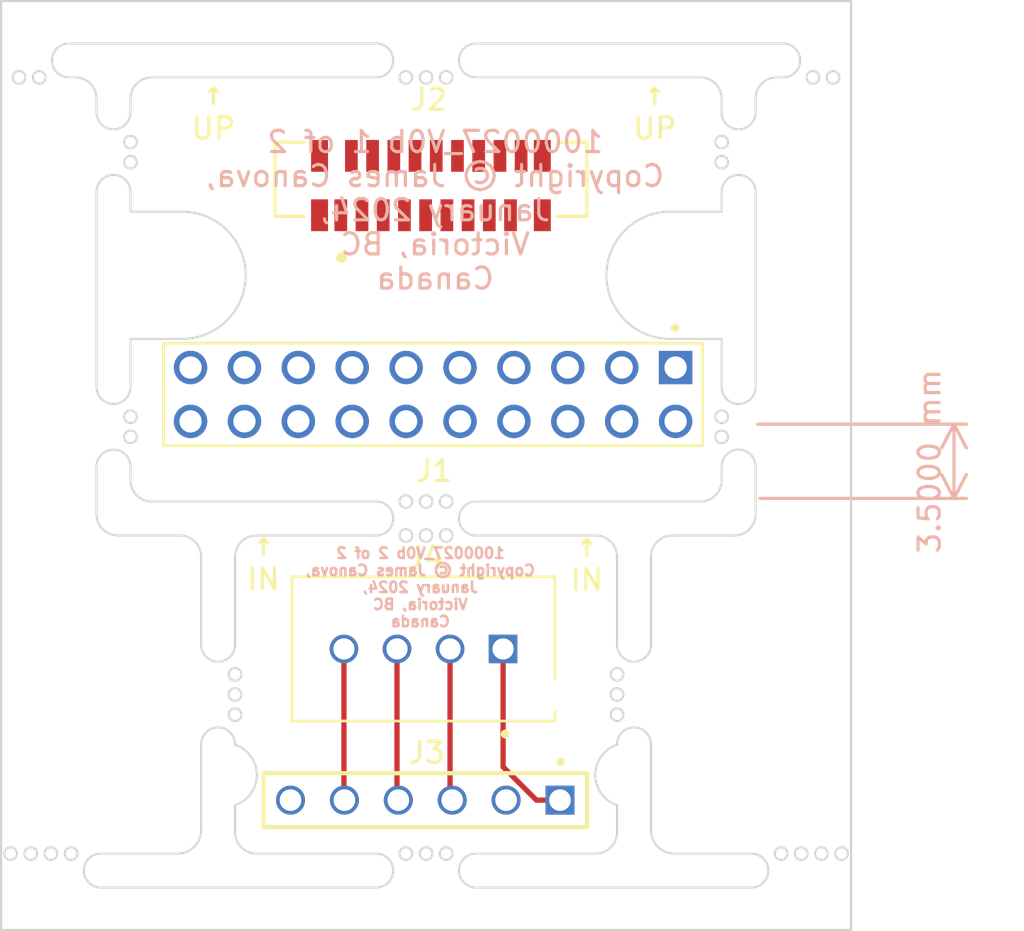
<source format=kicad_pcb>
(kicad_pcb (version 20211014) (generator pcbnew)
  (layers (0 "F.Cu" signal) (31 "B.Cu" signal) (34 "B.Paste" user) (35 "F.Paste" user) (36 "B.SilkS" user "B.Silkscreen") (37 "F.SilkS" user "F.Silkscreen") (38 "B.Mask" user) (39 "F.Mask" user) (44 "Edge.Cuts" user))
  (net 0 "")
  (net 1 "/GND")
  (net 2 "/SCL")
  (net 3 "/SDA")
  (net 4 "/Vcc (3.3V)")
  (net 5 "C1")
  (net 6 "C2")
  (net 7 "C3")
  (net 8 "C4")
  (net 9 "C5")
  (net 10 "C6")
  (net 11 "C7")
  (net 12 "C8")
  (net 13 "C9")
  (net 14 "C10")
  (net 15 "C11")
  (net 16 "C12")
  (net 17 "C13")
  (net 18 "C14")
  (net 19 "C15")
  (net 20 "C16")
  (net 21 "C17")
  (net 22 "C18")
  (footprint "RobotFtpLib:SAMTEC_MTSW-106-12-L-S-790" (layer "F.Cu") (at 138.082 111.859)
    (fp_text reference "J3" (at 0.068 -2.2392) (layer "F.SilkS"))
    (fp_text value "MTSW-106-12-L-S-790" hide)
    (fp_line (start 7.62 -1.27) (end -7.62 -1.27) (layer "F.SilkS") (width 0.2))
    (fp_line (start -7.62 1.27) (end -7.62 -1.27) (layer "F.SilkS") (width 0.2))
    (fp_line (start 7.62 -1.27) (end 7.62 1.27) (layer "F.SilkS") (width 0.2))
    (fp_line (start 7.62 1.27) (end -7.62 1.27) (layer "F.SilkS") (width 0.2))
    (fp_circle (center 6.3754 -1.8034) (end 6.4754 -1.8034) (layer "F.SilkS") (width 0.2) (fill none))
    (pad "01" thru_hole rect (at 6.35 0) (size 1.37 1.37) (drill 1.02) (layers *.Cu *.Mask) (net 1 "/GND"))
    (pad "02" thru_hole circle (at 3.81 0) (size 1.37 1.37) (drill 1.02) (layers *.Cu *.Mask))
    (pad "03" thru_hole circle (at 1.27 0) (size 1.37 1.37) (drill 1.02) (layers *.Cu *.Mask) (net 2 "/SCL"))
    (pad "04" thru_hole circle (at -1.27 0) (size 1.37 1.37) (drill 1.02) (layers *.Cu *.Mask) (net 3 "/SDA"))
    (pad "05" thru_hole circle (at -3.81 0) (size 1.37 1.37) (drill 1.02) (layers *.Cu *.Mask) (net 4 "/Vcc (3.3V)"))
    (pad "06" thru_hole circle (at -6.35 0) (size 1.37 1.37) (drill 1.02) (layers *.Cu *.Mask))
  )
  (footprint "RobotFtpLib:533750410" (layer "F.Cu") (at 141.75 104.7298)
    (fp_text reference "J4" (at -3.65 -4.3) (layer "F.SilkS"))
    (fp_text value "MOLEX_533750410" hide)
    (fp_line (start 2.45 2.95) (end 2.45 3.4) (layer "F.SilkS") (width 0.127))
    (fp_line (start 2.45 3.4) (end -9.95 3.4) (layer "F.SilkS") (width 0.127))
    (fp_line (start -9.95 -3.4) (end 2.45 -3.4) (layer "F.SilkS") (width 0.127))
    (fp_line (start 2.45 -3.4) (end 2.45 1.4) (layer "F.SilkS") (width 0.127))
    (fp_line (start -9.95 3.4) (end -9.95 -3.4) (layer "F.SilkS") (width 0.127))
    (fp_circle (center 0.1016 4.0132) (end 0.2516 4.0132) (layer "F.SilkS") (width 0.12) (fill solid))
    (pad "" np_thru_hole circle (at 1.6 2.2) (size 1.2 1.2) (drill 1.2) (layers *.Cu *.Mask))
    (pad "1" thru_hole rect (at 0 0) (size 1.35 1.35) (drill 1) (layers *.Cu) (net 1 "/GND"))
    (pad "2" thru_hole circle (at -2.5 0) (size 1.35 1.35) (drill 1) (layers *.Cu) (net 2 "/SCL"))
    (pad "3" thru_hole circle (at -5 0) (size 1.35 1.35) (drill 1) (layers *.Cu) (net 3 "/SDA"))
    (pad "4" thru_hole circle (at -7.5 0) (size 1.35 1.35) (drill 1) (layers *.Cu) (net 4 "/Vcc (3.3V)"))
  )
  (footprint "RobotFtpLib:10076801-406T20LF" (layer "F.Cu") (at 138.45 92.7298 180)
    (fp_text reference "J1" (at -0.05 -3.6 180) (layer "F.SilkS"))
    (fp_text value "10076801-406T20LF" hide)
    (fp_line (start 12.7 -2.415) (end -12.7 -2.415) (layer "F.SilkS") (width 0.127))
    (fp_line (start 12.7 2.415) (end -12.7 2.415) (layer "F.SilkS") (width 0.127))
    (fp_line (start -12.7 2.415) (end -12.7 -2.415) (layer "F.SilkS") (width 0.127))
    (fp_line (start 12.7 -2.415) (end 12.7 2.415) (layer "F.SilkS") (width 0.127))
    (fp_circle (center -11.4046 3.1496) (end -11.3046 3.1496) (layer "F.SilkS") (width 0.2) (fill none))
    (pad "01" thru_hole rect (at -11.43 1.27 180) (size 1.575 1.575) (drill 1.05) (layers *.Cu *.Mask) (net 5 "C1"))
    (pad "02" thru_hole circle (at -11.43 -1.27 180) (size 1.575 1.575) (drill 1.05) (layers *.Cu *.Mask) (net 6 "C2"))
    (pad "03" thru_hole circle (at -8.89 1.27 180) (size 1.575 1.575) (drill 1.05) (layers *.Cu *.Mask) (net 7 "C3"))
    (pad "04" thru_hole circle (at -8.89 -1.27 180) (size 1.575 1.575) (drill 1.05) (layers *.Cu *.Mask) (net 8 "C4"))
    (pad "05" thru_hole circle (at -6.35 1.27 180) (size 1.575 1.575) (drill 1.05) (layers *.Cu *.Mask) (net 9 "C5"))
    (pad "06" thru_hole circle (at -6.35 -1.27 180) (size 1.575 1.575) (drill 1.05) (layers *.Cu *.Mask) (net 10 "C6"))
    (pad "07" thru_hole circle (at -3.81 1.27 180) (size 1.575 1.575) (drill 1.05) (layers *.Cu *.Mask) (net 11 "C7"))
    (pad "08" thru_hole circle (at -3.81 -1.27 180) (size 1.575 1.575) (drill 1.05) (layers *.Cu *.Mask) (net 12 "C8"))
    (pad "09" thru_hole circle (at -1.27 1.27 180) (size 1.575 1.575) (drill 1.05) (layers *.Cu *.Mask) (net 13 "C9"))
    (pad "10" thru_hole circle (at -1.27 -1.27 180) (size 1.575 1.575) (drill 1.05) (layers *.Cu *.Mask) (net 14 "C10"))
    (pad "11" thru_hole circle (at 1.27 1.27 180) (size 1.575 1.575) (drill 1.05) (layers *.Cu *.Mask) (net 15 "C11"))
    (pad "12" thru_hole circle (at 1.27 -1.27 180) (size 1.575 1.575) (drill 1.05) (layers *.Cu *.Mask) (net 16 "C12"))
    (pad "13" thru_hole circle (at 3.81 1.27 180) (size 1.575 1.575) (drill 1.05) (layers *.Cu *.Mask) (net 17 "C13"))
    (pad "14" thru_hole circle (at 3.81 -1.27 180) (size 1.575 1.575) (drill 1.05) (layers *.Cu *.Mask) (net 18 "C14"))
    (pad "15" thru_hole circle (at 6.35 1.27 180) (size 1.575 1.575) (drill 1.05) (layers *.Cu *.Mask) (net 19 "C15"))
    (pad "16" thru_hole circle (at 6.35 -1.27 180) (size 1.575 1.575) (drill 1.05) (layers *.Cu *.Mask) (net 20 "C16"))
    (pad "17" thru_hole circle (at 8.89 1.27 180) (size 1.575 1.575) (drill 1.05) (layers *.Cu *.Mask))
    (pad "18" thru_hole circle (at 8.89 -1.27 180) (size 1.575 1.575) (drill 1.05) (layers *.Cu *.Mask))
    (pad "19" thru_hole circle (at 11.43 1.27 180) (size 1.575 1.575) (drill 1.05) (layers *.Cu *.Mask) (net 21 "C17"))
    (pad "20" thru_hole circle (at 11.43 -1.27 180) (size 1.575 1.575) (drill 1.05) (layers *.Cu *.Mask) (net 22 "C18"))
  )
  (footprint "RobotFtpLib:525591853" (layer "F.Cu") (at 138.35 82.8798)
    (fp_text reference "J2" (at -0.1 -4.05 unlocked) (layer "F.SilkS"))
    (fp_text value "CON_525591853_MOL" hide)
    (fp_line (start -7.349985 1.45) (end -5.96749 1.45) (layer "F.SilkS") (width 0.1524))
    (fp_line (start -7.349985 -2.050001) (end -7.349985 1.45) (layer "F.SilkS") (width 0.1524))
    (fp_line (start -5.96749 -2.050001) (end -7.349985 -2.050001) (layer "F.SilkS") (width 0.1524))
    (fp_line (start 7.349985 1.45) (end 7.349985 -2.050001) (layer "F.SilkS") (width 0.1524))
    (fp_line (start 5.96749 1.45) (end 7.349985 1.45) (layer "F.SilkS") (width 0.1524))
    (fp_line (start 7.349985 -2.050001) (end 5.96749 -2.050001) (layer "F.SilkS") (width 0.1524))
    (fp_circle (center -4.2164 3.4036) (end -4.0164 3.4036) (layer "F.SilkS") (width 0.12) (fill solid))
    (pad "1" smd rect (at -4.249991 1.4) (size 0.6 1.5) (layers "F.Cu" "F.Paste" "F.Mask") (net 5 "C1"))
    (pad "2" smd rect (at -3.749992 -1.4) (size 0.6 1.5) (layers "F.Cu" "F.Paste" "F.Mask") (net 6 "C2"))
    (pad "3" smd rect (at -3.249992 1.4) (size 0.6 1.5) (layers "F.Cu" "F.Paste" "F.Mask") (net 7 "C3"))
    (pad "4" smd rect (at -2.749991 -1.4) (size 0.6 1.5) (layers "F.Cu" "F.Paste" "F.Mask") (net 8 "C4"))
    (pad "5" smd rect (at -2.249991 1.4) (size 0.6 1.5) (layers "F.Cu" "F.Paste" "F.Mask") (net 9 "C5"))
    (pad "6" smd rect (at -1.749991 -1.4) (size 0.6 1.5) (layers "F.Cu" "F.Paste" "F.Mask") (net 10 "C6"))
    (pad "7" smd rect (at -1.249991 1.4) (size 0.6 1.5) (layers "F.Cu" "F.Paste" "F.Mask") (net 11 "C7"))
    (pad "8" smd rect (at -0.749991 -1.4) (size 0.6 1.5) (layers "F.Cu" "F.Paste" "F.Mask") (net 12 "C8"))
    (pad "9" smd rect (at -0.249991 1.4) (size 0.6 1.5) (layers "F.Cu" "F.Paste" "F.Mask") (net 13 "C9"))
    (pad "10" smd rect (at 0.250009 -1.4) (size 0.6 1.5) (layers "F.Cu" "F.Paste" "F.Mask") (net 14 "C10"))
    (pad "11" smd rect (at 0.750009 1.4) (size 0.6 1.5) (layers "F.Cu" "F.Paste" "F.Mask") (net 15 "C11"))
    (pad "12" smd rect (at 1.250009 -1.4) (size 0.6 1.5) (layers "F.Cu" "F.Paste" "F.Mask") (net 16 "C12"))
    (pad "13" smd rect (at 1.750009 1.4) (size 0.6 1.5) (layers "F.Cu" "F.Paste" "F.Mask") (net 17 "C13"))
    (pad "14" smd rect (at 2.250009 -1.4) (size 0.6 1.5) (layers "F.Cu" "F.Paste" "F.Mask") (net 18 "C14"))
    (pad "15" smd rect (at 2.750009 1.4) (size 0.6 1.5) (layers "F.Cu" "F.Paste" "F.Mask") (net 19 "C15"))
    (pad "16" smd rect (at 3.250009 -1.4) (size 0.6 1.5) (layers "F.Cu" "F.Paste" "F.Mask") (net 20 "C16"))
    (pad "17" smd rect (at 3.750009 1.4) (size 0.6 1.5) (layers "F.Cu" "F.Paste" "F.Mask") (net 21 "C17"))
    (pad "18" smd rect (at 4.250009 -1.4) (size 0.6 1.5) (layers "F.Cu" "F.Paste" "F.Mask") (net 22 "C18"))
    (pad "P1" smd rect (at -5.24999 1.4) (size 0.8 1.5) (layers "F.Cu" "F.Paste" "F.Mask"))
    (pad "P2" smd rect (at 5.24999 1.4) (size 0.8 1.5) (layers "F.Cu" "F.Paste" "F.Mask"))
    (pad "P3" smd rect (at -5.24999 -1.4) (size 0.8 1.5) (layers "F.Cu" "F.Paste" "F.Mask"))
    (pad "P4" smd rect (at 5.24999 -1.4) (size 0.8 1.5) (layers "F.Cu" "F.Paste" "F.Mask"))
  )
  (gr_circle (center 129.12 105.9298) (end 129.42 105.9298) (layer "Edge.Cuts") (width 0.1) (fill none))
  (gr_line (start 148.72 104.5298) (end 148.72 100.3798) (layer "Edge.Cuts") (width 0.1))
  (gr_line (start 126.62 84.1098) (end 124.19 84.1098) (layer "Edge.Cuts") (width 0.1))
  (gr_line (start 129.12 104.5298) (end 129.12 100.3798) (layer "Edge.Cuts") (width 0.1))
  (gr_circle (center 152.05 81.7798) (end 152.35 81.7798) (layer "Edge.Cuts") (width 0.1) (fill none))
  (gr_circle (center 155.8 114.3798) (end 156.1 114.3798) (layer "Edge.Cuts") (width 0.1) (fill none))
  (gr_circle (center 124.19 80.8298) (end 124.49 80.8298) (layer "Edge.Cuts") (width 0.1) (fill none))
  (gr_arc (start 152.05 83.1798) (mid 152.85 82.3798) (end 153.65 83.1798) (layer "Edge.Cuts") (width 0.1))
  (gr_arc (start 125.19 97.7798) (mid 124.482893 97.486907) (end 124.19 96.7798) (layer "Edge.Cuts") (width 0.1))
  (gr_arc (start 153.65 79.4298) (mid 152.85 80.2298) (end 152.05 79.4298) (layer "Edge.Cuts") (width 0.1))
  (gr_circle (center 129.12 106.8798) (end 129.42 106.8798) (layer "Edge.Cuts") (width 0.1) (fill none))
  (gr_line (start 147.12 109.2298) (end 147.12 109.249995) (layer "Edge.Cuts") (width 0.1))
  (gr_line (start 158.15 74.1798) (end 158.15 117.9798) (layer "Edge.Cuts") (width 0.1))
  (gr_arc (start 122.79 115.9798) (mid 121.99 115.1798) (end 122.79 114.3798) (layer "Edge.Cuts") (width 0.1))
  (gr_circle (center 124.19 81.7798) (end 124.49 81.7798) (layer "Edge.Cuts") (width 0.1) (fill none))
  (gr_line (start 135.77 76.1798) (end 121.29 76.1798) (layer "Edge.Cuts") (width 0.1))
  (gr_line (start 124.19 78.7798) (end 124.19 79.4298) (layer "Edge.Cuts") (width 0.1))
  (gr_line (start 140.47 115.9798) (end 153.45 115.9798) (layer "Edge.Cuts") (width 0.1))
  (gr_circle (center 118.94 77.7798) (end 119.24 77.7798) (layer "Edge.Cuts") (width 0.1) (fill none))
  (gr_line (start 153.65 83.1798) (end 153.65 92.3798) (layer "Edge.Cuts") (width 0.1))
  (gr_arc (start 152.05 96.7798) (mid 151.757107 97.486907) (end 151.05 97.7798) (layer "Edge.Cuts") (width 0.1))
  (gr_line (start 148.72 109.2298) (end 148.72 113.2748) (layer "Edge.Cuts") (width 0.1))
  (gr_line (start 151.05 77.7798) (end 140.47 77.7798) (layer "Edge.Cuts") (width 0.1))
  (gr_arc (start 147.12 113.3798) (mid 146.827107 114.086907) (end 146.12 114.3798) (layer "Edge.Cuts") (width 0.1))
  (gr_arc (start 148.72 104.5298) (mid 147.92 105.3298) (end 147.12 104.5298) (layer "Edge.Cuts") (width 0.1))
  (gr_line (start 130.12 114.3798) (end 135.77 114.3798) (layer "Edge.Cuts") (width 0.1))
  (gr_line (start 140.47 97.7798) (end 151.05 97.7798) (layer "Edge.Cuts") (width 0.1))
  (gr_circle (center 137.17 99.3798) (end 137.47 99.3798) (layer "Edge.Cuts") (width 0.1) (fill none))
  (gr_arc (start 140.47 99.3798) (mid 139.67 98.5798) (end 140.47 97.7798) (layer "Edge.Cuts") (width 0.1))
  (gr_circle (center 139.07 114.3798) (end 139.37 114.3798) (layer "Edge.Cuts") (width 0.1) (fill none))
  (gr_line (start 147.12 104.5298) (end 147.12 100.3798) (layer "Edge.Cuts") (width 0.1))
  (gr_arc (start 154.95 76.1798) (mid 155.75 76.9798) (end 154.95 77.7798) (layer "Edge.Cuts") (width 0.1))
  (gr_circle (center 139.07 77.7798) (end 139.37 77.7798) (layer "Edge.Cuts") (width 0.1) (fill none))
  (gr_arc (start 147.12 109.2298) (mid 147.92 108.4298) (end 148.72 109.2298) (layer "Edge.Cuts") (width 0.1))
  (gr_arc (start 126.62 84.1098) (mid 129.62 87.1098) (end 126.62 90.1098) (layer "Edge.Cuts") (width 0.1))
  (gr_circle (center 129.12 107.8298) (end 129.42 107.8298) (layer "Edge.Cuts") (width 0.1) (fill none))
  (gr_circle (center 137.17 97.7798) (end 137.47 97.7798) (layer "Edge.Cuts") (width 0.1) (fill none))
  (gr_circle (center 138.12 77.7798) (end 138.42 77.7798) (layer "Edge.Cuts") (width 0.1) (fill none))
  (gr_line (start 153.65 96.1298) (end 153.65 98.3798) (layer "Edge.Cuts") (width 0.1))
  (gr_circle (center 152.05 94.7298) (end 152.35 94.7298) (layer "Edge.Cuts") (width 0.1) (fill none))
  (gr_line (start 152.05 96.1298) (end 152.05 96.7798) (layer "Edge.Cuts") (width 0.1))
  (gr_arc (start 129.12 109.249995) (mid 130.145 110.6728) (end 129.12 112.095605) (layer "Edge.Cuts") (width 0.1))
  (gr_circle (center 152.05 80.8298) (end 152.35 80.8298) (layer "Edge.Cuts") (width 0.1) (fill none))
  (gr_arc (start 129.12 104.5298) (mid 128.32 105.3298) (end 127.52 104.5298) (layer "Edge.Cuts") (width 0.1))
  (gr_arc (start 153.45 114.3798) (mid 154.25 115.1798) (end 153.45 115.9798) (layer "Edge.Cuts") (width 0.1))
  (gr_arc (start 140.47 115.9798) (mid 139.67 115.1798) (end 140.47 114.3798) (layer "Edge.Cuts") (width 0.1))
  (gr_arc (start 149.62 90.1098) (mid 146.62 87.1098) (end 149.62 84.1098) (layer "Edge.Cuts") (width 0.1))
  (gr_arc (start 129.12 100.3798) (mid 129.412893 99.672693) (end 130.12 99.3798) (layer "Edge.Cuts") (width 0.1))
  (gr_circle (center 137.17 114.3798) (end 137.47 114.3798) (layer "Edge.Cuts") (width 0.1) (fill none))
  (gr_circle (center 139.07 97.7798) (end 139.37 97.7798) (layer "Edge.Cuts") (width 0.1) (fill none))
  (gr_arc (start 152.05 96.1298) (mid 152.85 95.3298) (end 153.65 96.1298) (layer "Edge.Cuts") (width 0.1))
  (gr_arc (start 135.77 76.1798) (mid 136.57 76.9798) (end 135.77 77.7798) (layer "Edge.Cuts") (width 0.1))
  (gr_line (start 147.12 112.095605) (end 147.12 113.3798) (layer "Edge.Cuts") (width 0.1))
  (gr_line (start 129.12 113.3798) (end 129.12 112.095605) (layer "Edge.Cuts") (width 0.1))
  (gr_circle (center 119.89 77.7798) (end 120.19 77.7798) (layer "Edge.Cuts") (width 0.1) (fill none))
  (gr_circle (center 147.12 105.9298) (end 147.42 105.9298) (layer "Edge.Cuts") (width 0.1) (fill none))
  (gr_arc (start 146.12 99.3798) (mid 146.827107 99.672693) (end 147.12 100.3798) (layer "Edge.Cuts") (width 0.1))
  (gr_line (start 125.19 97.7798) (end 135.77 97.7798) (layer "Edge.Cuts") (width 0.1))
  (gr_line (start 135.77 115.9798) (end 122.79 115.9798) (layer "Edge.Cuts") (width 0.1))
  (gr_line (start 127.52 109.2298) (end 127.52 113.2748) (layer "Edge.Cuts") (width 0.1))
  (gr_circle (center 157.7 114.3798) (end 158 114.3798) (layer "Edge.Cuts") (width 0.1) (fill none))
  (gr_circle (center 138.12 114.3798) (end 138.42 114.3798) (layer "Edge.Cuts") (width 0.1) (fill none))
  (gr_arc (start 135.77 97.7798) (mid 136.57 98.5798) (end 135.77 99.3798) (layer "Edge.Cuts") (width 0.1))
  (gr_circle (center 137.17 77.7798) (end 137.47 77.7798) (layer "Edge.Cuts") (width 0.1) (fill none))
  (gr_circle (center 154.85 114.3798) (end 155.15 114.3798) (layer "Edge.Cuts") (width 0.1) (fill none))
  (gr_line (start 129.12 109.2298) (end 129.12 109.249995) (layer "Edge.Cuts") (width 0.1))
  (gr_circle (center 120.44 114.3798) (end 120.74 114.3798) (layer "Edge.Cuts") (width 0.1) (fill none))
  (gr_arc (start 135.77 114.3798) (mid 136.57 115.1798) (end 135.77 115.9798) (layer "Edge.Cuts") (width 0.1))
  (gr_arc (start 151.05 77.7798) (mid 151.757107 78.072693) (end 152.05 78.7798) (layer "Edge.Cuts") (width 0.1))
  (gr_line (start 152.05 90.1098) (end 152.05 92.3798) (layer "Edge.Cuts") (width 0.1))
  (gr_circle (center 147.12 107.8298) (end 147.42 107.8298) (layer "Edge.Cuts") (width 0.1) (fill none))
  (gr_circle (center 139.07 99.3798) (end 139.37 99.3798) (layer "Edge.Cuts") (width 0.1) (fill none))
  (gr_arc (start 127.52 109.2298) (mid 128.32 108.4298) (end 129.12 109.2298) (layer "Edge.Cuts") (width 0.1))
  (gr_circle (center 156.75 114.3798) (end 157.05 114.3798) (layer "Edge.Cuts") (width 0.1) (fill none))
  (gr_line (start 124.19 96.7798) (end 124.19 96.1298) (layer "Edge.Cuts") (width 0.1))
  (gr_line (start 118.09 74.1798) (end 118.09 117.9798) (layer "Edge.Cuts") (width 0.1))
  (gr_line (start 122.59 83.1798) (end 122.59 92.3798) (layer "Edge.Cuts") (width 0.1))
  (gr_circle (center 124.19 93.7798) (end 124.49 93.7798) (layer "Edge.Cuts") (width 0.1) (fill none))
  (gr_line (start 130.12 99.3798) (end 135.77 99.3798) (layer "Edge.Cuts") (width 0.1))
  (gr_circle (center 156.35 77.7798) (end 156.65 77.7798) (layer "Edge.Cuts") (width 0.1) (fill none))
  (gr_line (start 118.09 117.9798) (end 158.15 117.9798) (layer "Edge.Cuts") (width 0.1))
  (gr_arc (start 130.12 114.3798) (mid 129.412893 114.086907) (end 129.12 113.3798) (layer "Edge.Cuts") (width 0.1))
  (gr_line (start 152.05 83.1798) (end 152.05 84.1098) (layer "Edge.Cuts") (width 0.1))
  (gr_arc (start 148.72 100.3798) (mid 149.012893 99.672693) (end 149.72 99.3798) (layer "Edge.Cuts") (width 0.1))
  (gr_arc (start 124.19 79.4298) (mid 123.39 80.2298) (end 122.59 79.4298) (layer "Edge.Cuts") (width 0.1))
  (gr_line (start 122.59 79.4298) (end 122.59 78.7798) (layer "Edge.Cuts") (width 0.1))
  (gr_circle (center 119.49 114.3798) (end 119.79 114.3798) (layer "Edge.Cuts") (width 0.1) (fill none))
  (gr_line (start 140.47 114.3798) (end 146.12 114.3798) (layer "Edge.Cuts") (width 0.1))
  (gr_circle (center 121.39 114.3798) (end 121.69 114.3798) (layer "Edge.Cuts") (width 0.1) (fill none))
  (gr_arc (start 124.19 78.7798) (mid 124.482893 78.072693) (end 125.19 77.7798) (layer "Edge.Cuts") (width 0.1))
  (gr_circle (center 124.19 94.7298) (end 124.49 94.7298) (layer "Edge.Cuts") (width 0.1) (fill none))
  (gr_line (start 152.05 78.7798) (end 152.05 79.4298) (layer "Edge.Cuts") (width 0.1))
  (gr_arc (start 124.19 92.3798) (mid 123.39 93.1798) (end 122.59 92.3798) (layer "Edge.Cuts") (width 0.1))
  (gr_arc (start 121.59 77.7798) (mid 122.297107 78.072693) (end 122.59 78.7798) (layer "Edge.Cuts") (width 0.1))
  (gr_line (start 124.19 83.1798) (end 124.19 84.1098) (layer "Edge.Cuts") (width 0.1))
  (gr_line (start 140.47 99.3798) (end 146.12 99.3798) (layer "Edge.Cuts") (width 0.1))
  (gr_line (start 153.65 79.4298) (end 153.65 78.7798) (layer "Edge.Cuts") (width 0.1))
  (gr_arc (start 121.29 77.7798) (mid 120.49 76.9798) (end 121.29 76.1798) (layer "Edge.Cuts") (width 0.1))
  (gr_circle (center 147.12 106.8798) (end 147.42 106.8798) (layer "Edge.Cuts") (width 0.1) (fill none))
  (gr_arc (start 122.59 83.1798) (mid 123.39 82.3798) (end 124.19 83.1798) (layer "Edge.Cuts") (width 0.1))
  (gr_arc (start 147.12 112.095605) (mid 146.095 110.6728) (end 147.12 109.249995) (layer "Edge.Cuts") (width 0.1))
  (gr_line (start 125.19 77.7798) (end 135.77 77.7798) (layer "Edge.Cuts") (width 0.1))
  (gr_line (start 124.19 90.1098) (end 124.19 92.3798) (layer "Edge.Cuts") (width 0.1))
  (gr_line (start 126.62 90.1098) (end 124.19 90.1098) (layer "Edge.Cuts") (width 0.1))
  (gr_arc (start 126.52 99.3798) (mid 127.227107 99.672693) (end 127.52 100.3798) (layer "Edge.Cuts") (width 0.1))
  (gr_line (start 140.47 76.1798) (end 154.95 76.1798) (layer "Edge.Cuts") (width 0.1))
  (gr_circle (center 138.12 97.7798) (end 138.42 97.7798) (layer "Edge.Cuts") (width 0.1) (fill none))
  (gr_arc (start 153.65 92.3798) (mid 152.85 93.1798) (end 152.05 92.3798) (layer "Edge.Cuts") (width 0.1))
  (gr_line (start 122.59 96.1298) (end 122.59 98.3798) (layer "Edge.Cuts") (width 0.1))
  (gr_arc (start 153.65 78.7798) (mid 153.942893 78.072693) (end 154.65 77.7798) (layer "Edge.Cuts") (width 0.1))
  (gr_line (start 154.65 77.7798) (end 154.95 77.7798) (layer "Edge.Cuts") (width 0.1))
  (gr_line (start 149.62 90.1098) (end 152.05 90.1098) (layer "Edge.Cuts") (width 0.1))
  (gr_arc (start 122.59 96.1298) (mid 123.39 95.3298) (end 124.19 96.1298) (layer "Edge.Cuts") (width 0.1))
  (gr_arc (start 153.65 98.3798) (mid 153.357107 99.086907) (end 152.65 99.3798) (layer "Edge.Cuts") (width 0.1))
  (gr_line (start 149.62 84.1098) (end 152.05 84.1098) (layer "Edge.Cuts") (width 0.1))
  (gr_line (start 149.825 114.3798) (end 153.45 114.3798) (layer "Edge.Cuts") (width 0.1))
  (gr_line (start 149.72 99.3798) (end 152.65 99.3798) (layer "Edge.Cuts") (width 0.1))
  (gr_line (start 121.29 77.7798) (end 121.59 77.7798) (layer "Edge.Cuts") (width 0.1))
  (gr_arc (start 123.59 99.3798) (mid 122.882893 99.086907) (end 122.59 98.3798) (layer "Edge.Cuts") (width 0.1))
  (gr_arc (start 149.825 114.3798) (mid 149.043647 114.056153) (end 148.72 113.2748) (layer "Edge.Cuts") (width 0.1))
  (gr_line (start 118.09 74.1798) (end 158.15 74.1798) (layer "Edge.Cuts") (width 0.1))
  (gr_circle (center 152.05 93.7798) (end 152.35 93.7798) (layer "Edge.Cuts") (width 0.1) (fill none))
  (gr_line (start 126.415 114.3798) (end 122.79 114.3798) (layer "Edge.Cuts") (width 0.1))
  (gr_line (start 127.52 104.5298) (end 127.52 100.3798) (layer "Edge.Cuts") (width 0.1))
  (gr_arc (start 127.52 113.2748) (mid 127.196353 114.056153) (end 126.415 114.3798) (layer "Edge.Cuts") (width 0.1))
  (gr_circle (center 118.54 114.3798) (end 118.84 114.3798) (layer "Edge.Cuts") (width 0.1) (fill none))
  (gr_circle (center 157.3 77.7798) (end 157.6 77.7798) (layer "Edge.Cuts") (width 0.1) (fill none))
  (gr_arc (start 140.47 77.7798) (mid 139.67 76.9798) (end 140.47 76.1798) (layer "Edge.Cuts") (width 0.1))
  (gr_circle (center 138.12 99.3798) (end 138.42 99.3798) (layer "Edge.Cuts") (width 0.1) (fill none))
  (gr_line (start 123.59 99.3798) (end 126.52 99.3798) (layer "Edge.Cuts") (width 0.1))
  (gr_text "1000027_V0b 1 of 2\nCopyright © James Canova,\nJanuary 2024,\nVictoria, BC\nCanada\n\n " (at 138.55 85.65) (layer "B.SilkS") (effects (font (size 1 1)) (justify mirror)))
  (gr_text "1000027_V0b 2 of 2\nCopyright © James Canova,\nJanuary 2024,\nVictoria, BC\nCanada\n\n " (at 137.85 102.6298) (layer "B.SilkS") (effects (font (size 0.5 0.5) (thickness 0.12)) (justify mirror)))
  (gr_text "↑\nUP" (at 148.9 79.3798) (layer "F.SilkS") (effects (font (size 1 1))))
  (gr_text "↑\nIN" (at 130.45 100.6298) (layer "F.SilkS") (effects (font (size 1 1))))
  (gr_text "↑\nIN" (at 145.7 100.6798) (layer "F.SilkS") (effects (font (size 1 1))))
  (gr_text "↑\nUP" (at 128.1 79.3798) (layer "F.SilkS") (effects (font (size 1 1))))
  (dimension (type orthogonal) (layer "B.SilkS") (pts (xy 153.25 94.1298) (xy 153.35 97.6298)) (height 9.75) (orientation 1) (gr_text "3.5000 mm" (at 161.85 95.8798 90) (layer "B.SilkS") (effects (font (size 1 1) (thickness 0.15)))) (format (units 3) (units_format 1) (precision 4)) (style (thickness 0.15) (arrow_length 1.27) (text_position_mode 0) (extension_height 0.58642) (extension_offset 0.5) keep_text_aligned))
  (segment (start 143.320356 111.859) (end 144.432 111.859) (width 0.25) (layer "F.Cu") (net 1))
  (segment (start 141.75 104.7298) (end 141.75 110.288644) (width 0.25) (layer "F.Cu") (net 1))
  (segment (start 141.75 110.288644) (end 143.320356 111.859) (width 0.25) (layer "F.Cu") (net 1))
  (segment (start 139.25 111.757) (end 139.352 111.859) (width 0.25) (layer "F.Cu") (net 2))
  (segment (start 139.25 104.7298) (end 139.25 111.757) (width 0.25) (layer "F.Cu") (net 2))
  (segment (start 136.75 111.797) (end 136.812 111.859) (width 0.25) (layer "F.Cu") (net 3))
  (segment (start 136.75 104.7298) (end 136.75 111.797) (width 0.25) (layer "F.Cu") (net 3))
  (segment (start 134.25 111.837) (end 134.272 111.859) (width 0.25) (layer "F.Cu") (net 4))
  (segment (start 134.25 104.7298) (end 134.25 111.837) (width 0.25) (layer "F.Cu") (net 4))
)
</source>
